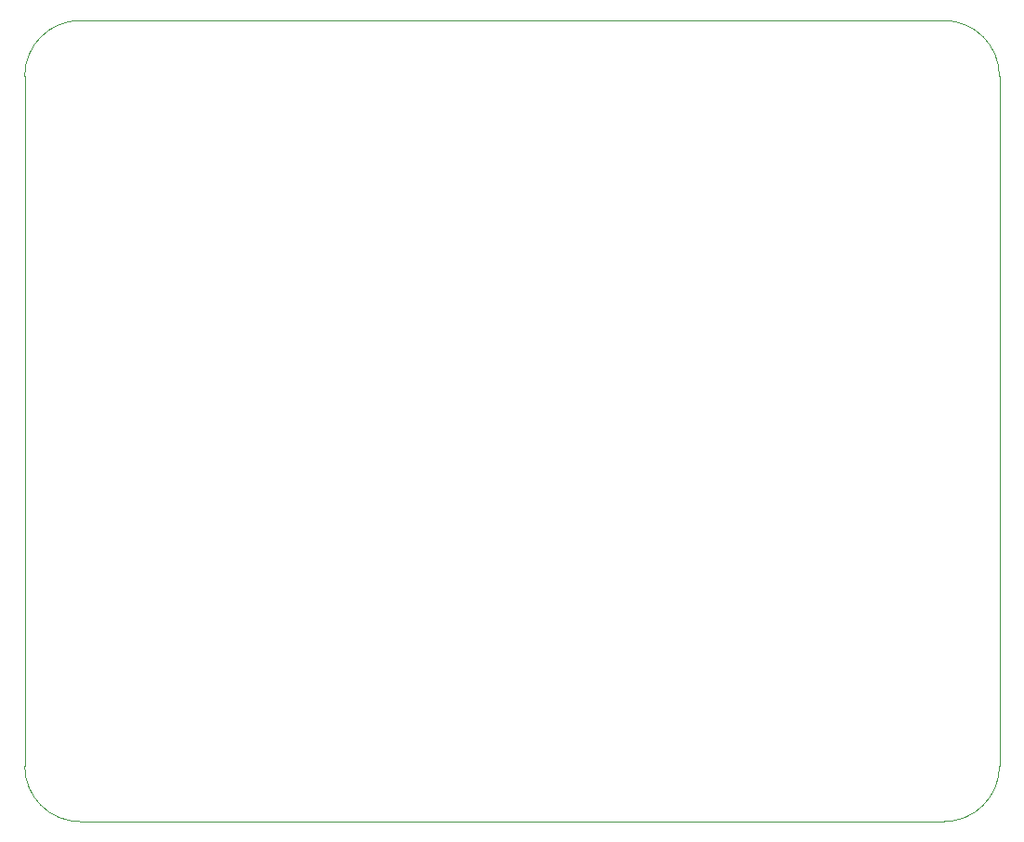
<source format=gbr>
%TF.GenerationSoftware,KiCad,Pcbnew,(5.99.0-11674-g69322a18e7)*%
%TF.CreationDate,2021-09-13T17:19:58+01:00*%
%TF.ProjectId,ScubarLightController,53637562-6172-44c6-9967-6874436f6e74,rev?*%
%TF.SameCoordinates,Original*%
%TF.FileFunction,Profile,NP*%
%FSLAX46Y46*%
G04 Gerber Fmt 4.6, Leading zero omitted, Abs format (unit mm)*
G04 Created by KiCad (PCBNEW (5.99.0-11674-g69322a18e7)) date 2021-09-13 17:19:58*
%MOMM*%
%LPD*%
G01*
G04 APERTURE LIST*
%TA.AperFunction,Profile*%
%ADD10C,0.050000*%
%TD*%
G04 APERTURE END LIST*
D10*
X100330000Y-18542000D02*
G75*
G02*
X105410000Y-23622000I0J-5080000D01*
G01*
X21590000Y-91694000D02*
G75*
G02*
X16510000Y-86614000I0J5080000D01*
G01*
X16510000Y-86614000D02*
X16510000Y-23622000D01*
X105410000Y-86614000D02*
G75*
G02*
X100330000Y-91694000I-5080000J0D01*
G01*
X16510000Y-23622000D02*
G75*
G02*
X21590000Y-18542000I5080000J0D01*
G01*
X100330000Y-91694000D02*
X21590000Y-91694000D01*
X21590000Y-18542000D02*
X100330000Y-18542000D01*
X105410000Y-23622000D02*
X105410000Y-86614000D01*
M02*

</source>
